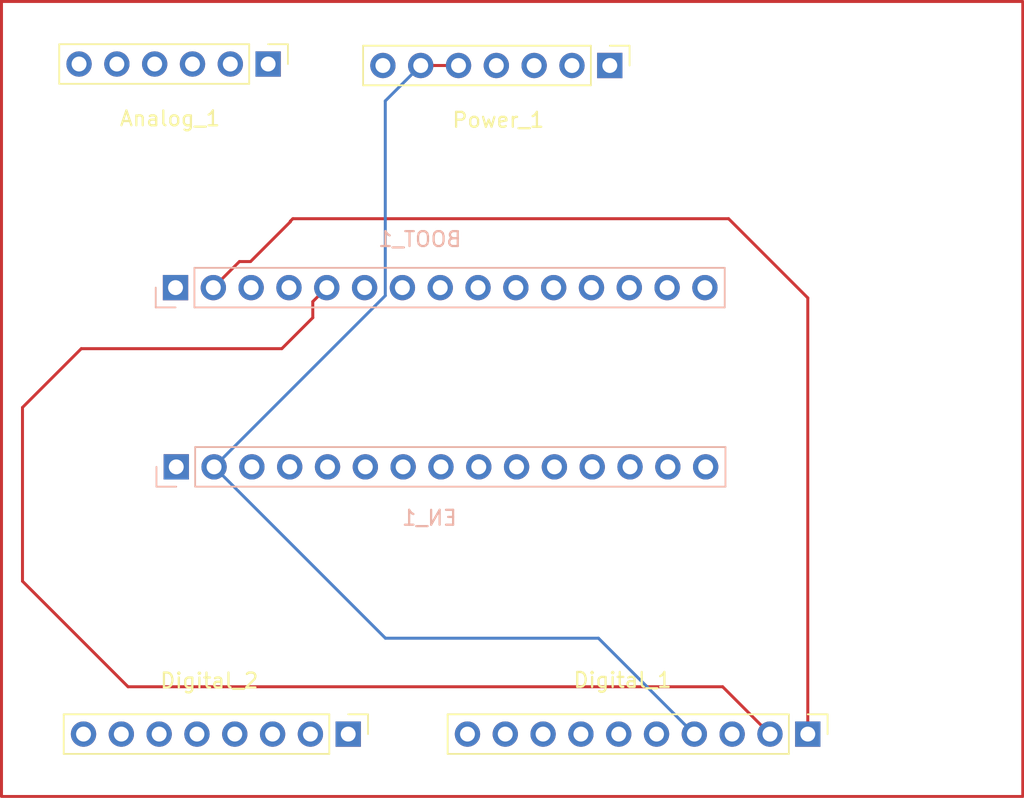
<source format=kicad_pcb>
(kicad_pcb (version 20240108) (generator "pcbnew") (generator_version "8.0")
  (layers (0 "F.Cu" signal) (31 "B.Cu" signal) (34 "B.Paste" user) (35 "F.Paste" user) (36 "B.SilkS" user "B.Silkscreen") (37 "F.SilkS" user "F.Silkscreen") (38 "B.Mask" user) (39 "F.Mask" user) (44 "Edge.Cuts" user))
  (net 0 "")
  (net 1 "A0")
  (net 2 "A5")
  (net 3 "A3")
  (net 4 "A2")
  (net 5 "A1")
  (net 6 "A4")
  (net 7 "D9")
  (net 8 "D12")
  (net 9 "D11")
  (net 10 "D13")
  (net 11 "D10")
  (net 12 "SDA")
  (net 13 "SCL")
  (net 14 "AREF")
  (net 15 "D8")
  (net 16 "GND")
  (net 17 "D1_RX")
  (net 18 "D3")
  (net 19 "D2")
  (net 20 "D5")
  (net 21 "D7")
  (net 22 "D4")
  (net 23 "D1_TX")
  (net 24 "D6")
  (net 25 "3.3V")
  (net 26 "Vin")
  (net 27 "RESET")
  (net 28 "IOREF")
  (net 29 "5V")
  (net 30 "VIN")
  (footprint "Connector_PinHeader_2.54mm:PinHeader_1x10_P2.54mm_Vertical" (layer "F.Cu") (at 203.28 102.59 -90)
    (property "Reference" "Digital_1" (at -3.63 12.44 0) (layer "F.SilkS"))
    (property "Value" "Conn_01x10" (hide yes))
    (fp_line (start -1.33 24.19) (end 1.33 24.19) (stroke (width 0.12)) (layer "F.SilkS"))
    (fp_line (start -1.33 1.27) (end -1.33 24.19) (stroke (width 0.12)) (layer "F.SilkS"))
    (fp_line (start -1.33 1.27) (end 1.33 1.27) (stroke (width 0.12)) (layer "F.SilkS"))
    (fp_line (start 1.33 1.27) (end 1.33 24.19) (stroke (width 0.12)) (layer "F.SilkS"))
    (fp_line (start -1.33 0) (end -1.33 -1.33) (stroke (width 0.12)) (layer "F.SilkS"))
    (fp_line (start -1.33 -1.33) (end 0 -1.33) (stroke (width 0.12)) (layer "F.SilkS"))
    (pad "1" thru_hole rect (at 0 0 270) (size 1.7 1.7) (drill 1) (layers "*.Cu" "*.Mask") (net 13 "SCL"))
    (pad "2" thru_hole oval (at 0 2.54 270) (size 1.7 1.7) (drill 1) (layers "*.Cu" "*.Mask") (net 12 "SDA"))
    (pad "3" thru_hole oval (at 0 5.08 270) (size 1.7 1.7) (drill 1) (layers "*.Cu" "*.Mask") (net 14 "AREF"))
    (pad "4" thru_hole oval (at 0 7.62 270) (size 1.7 1.7) (drill 1) (layers "*.Cu" "*.Mask") (net 16 "GND"))
    (pad "5" thru_hole oval (at 0 10.16 270) (size 1.7 1.7) (drill 1) (layers "*.Cu" "*.Mask") (net 10 "D13"))
    (pad "6" thru_hole oval (at 0 12.7 270) (size 1.7 1.7) (drill 1) (layers "*.Cu" "*.Mask") (net 8 "D12"))
    (pad "7" thru_hole oval (at 0 15.24 270) (size 1.7 1.7) (drill 1) (layers "*.Cu" "*.Mask") (net 9 "D11"))
    (pad "8" thru_hole oval (at 0 17.78 270) (size 1.7 1.7) (drill 1) (layers "*.Cu" "*.Mask") (net 11 "D10"))
    (pad "9" thru_hole oval (at 0 20.32 270) (size 1.7 1.7) (drill 1) (layers "*.Cu" "*.Mask") (net 7 "D9"))
    (pad "10" thru_hole oval (at 0 22.86 270) (size 1.7 1.7) (drill 1) (layers "*.Cu" "*.Mask") (net 15 "D8"))
  )
  (footprint "Connector_PinHeader_2.54mm:PinHeader_1x06_P2.54mm_Vertical" (layer "F.Cu") (at 167.03 57.58 -90)
    (property "Reference" "Analog_1" (at 3.66 6.59 0) (layer "F.SilkS"))
    (property "Value" "Conn_01x06" (hide yes))
    (fp_line (start -1.33 14.03) (end 1.33 14.03) (stroke (width 0.12)) (layer "F.SilkS"))
    (fp_line (start -1.33 1.27) (end -1.33 14.03) (stroke (width 0.12)) (layer "F.SilkS"))
    (fp_line (start -1.33 1.27) (end 1.33 1.27) (stroke (width 0.12)) (layer "F.SilkS"))
    (fp_line (start 1.33 1.27) (end 1.33 14.03) (stroke (width 0.12)) (layer "F.SilkS"))
    (fp_line (start -1.33 0) (end -1.33 -1.33) (stroke (width 0.12)) (layer "F.SilkS"))
    (fp_line (start -1.33 -1.33) (end 0 -1.33) (stroke (width 0.12)) (layer "F.SilkS"))
    (pad "1" thru_hole rect (at 0 0 270) (size 1.7 1.7) (drill 1) (layers "*.Cu" "*.Mask") (net 1 "A0"))
    (pad "2" thru_hole oval (at 0 2.54 270) (size 1.7 1.7) (drill 1) (layers "*.Cu" "*.Mask") (net 5 "A1"))
    (pad "3" thru_hole oval (at 0 5.08 270) (size 1.7 1.7) (drill 1) (layers "*.Cu" "*.Mask") (net 4 "A2"))
    (pad "4" thru_hole oval (at 0 7.62 270) (size 1.7 1.7) (drill 1) (layers "*.Cu" "*.Mask") (net 3 "A3"))
    (pad "5" thru_hole oval (at 0 10.16 270) (size 1.7 1.7) (drill 1) (layers "*.Cu" "*.Mask") (net 6 "A4"))
    (pad "6" thru_hole oval (at 0 12.7 270) (size 1.7 1.7) (drill 1) (layers "*.Cu" "*.Mask") (net 2 "A5"))
  )
  (footprint "Connector_PinHeader_2.54mm:PinHeader_1x07_P2.54mm_Vertical" (layer "F.Cu") (at 189.98 57.68 -90)
    (property "Reference" "Power_1" (at 3.66 7.49 0) (layer "F.SilkS"))
    (property "Value" "Conn_01x07" (hide yes))
    (fp_line (start -1.33 16.57) (end 1.33 16.57) (stroke (width 0.12)) (layer "F.SilkS"))
    (fp_line (start -1.33 1.27) (end -1.33 16.57) (stroke (width 0.12)) (layer "F.SilkS"))
    (fp_line (start -1.33 1.27) (end 1.33 1.27) (stroke (width 0.12)) (layer "F.SilkS"))
    (fp_line (start 1.33 1.27) (end 1.33 16.57) (stroke (width 0.12)) (layer "F.SilkS"))
    (fp_line (start -1.33 0) (end -1.33 -1.33) (stroke (width 0.12)) (layer "F.SilkS"))
    (fp_line (start -1.33 -1.33) (end 0 -1.33) (stroke (width 0.12)) (layer "F.SilkS"))
    (pad "1" thru_hole rect (at 0 0 270) (size 1.7 1.7) (drill 1) (layers "*.Cu" "*.Mask") (net 28 "IOREF"))
    (pad "2" thru_hole oval (at 0 2.54 270) (size 1.7 1.7) (drill 1) (layers "*.Cu" "*.Mask") (net 27 "RESET"))
    (pad "3" thru_hole oval (at 0 5.08 270) (size 1.7 1.7) (drill 1) (layers "*.Cu" "*.Mask") (net 25 "3.3V"))
    (pad "4" thru_hole oval (at 0 7.62 270) (size 1.7 1.7) (drill 1) (layers "*.Cu" "*.Mask") (net 29 "5V"))
    (pad "5" thru_hole oval (at 0 10.16 270) (size 1.7 1.7) (drill 1) (layers "*.Cu" "*.Mask") (net 16 "GND"))
    (pad "6" thru_hole oval (at 0 12.7 270) (size 1.7 1.7) (drill 1) (layers "*.Cu" "*.Mask") (net 16 "GND"))
    (pad "7" thru_hole oval (at 0 15.24 270) (size 1.7 1.7) (drill 1) (layers "*.Cu" "*.Mask") (net 26 "Vin"))
  )
  (footprint "Connector_PinHeader_2.54mm:PinHeader_1x08_P2.54mm_Vertical" (layer "F.Cu") (at 172.41 102.59 -90)
    (property "Reference" "Digital_2" (at -3.59 9.33 0) (layer "F.SilkS"))
    (property "Value" "Conn_01x08" (hide yes))
    (fp_line (start -1.33 19.11) (end 1.33 19.11) (stroke (width 0.12)) (layer "F.SilkS"))
    (fp_line (start -1.33 1.27) (end -1.33 19.11) (stroke (width 0.12)) (layer "F.SilkS"))
    (fp_line (start -1.33 1.27) (end 1.33 1.27) (stroke (width 0.12)) (layer "F.SilkS"))
    (fp_line (start 1.33 1.27) (end 1.33 19.11) (stroke (width 0.12)) (layer "F.SilkS"))
    (fp_line (start -1.33 0) (end -1.33 -1.33) (stroke (width 0.12)) (layer "F.SilkS"))
    (fp_line (start -1.33 -1.33) (end 0 -1.33) (stroke (width 0.12)) (layer "F.SilkS"))
    (pad "1" thru_hole rect (at 0 0 270) (size 1.7 1.7) (drill 1) (layers "*.Cu" "*.Mask") (net 21 "D7"))
    (pad "2" thru_hole oval (at 0 2.54 270) (size 1.7 1.7) (drill 1) (layers "*.Cu" "*.Mask") (net 24 "D6"))
    (pad "3" thru_hole oval (at 0 5.08 270) (size 1.7 1.7) (drill 1) (layers "*.Cu" "*.Mask") (net 20 "D5"))
    (pad "4" thru_hole oval (at 0 7.62 270) (size 1.7 1.7) (drill 1) (layers "*.Cu" "*.Mask") (net 22 "D4"))
    (pad "5" thru_hole oval (at 0 10.16 270) (size 1.7 1.7) (drill 1) (layers "*.Cu" "*.Mask") (net 18 "D3"))
    (pad "6" thru_hole oval (at 0 12.7 270) (size 1.7 1.7) (drill 1) (layers "*.Cu" "*.Mask") (net 19 "D2"))
    (pad "7" thru_hole oval (at 0 15.24 270) (size 1.7 1.7) (drill 1) (layers "*.Cu" "*.Mask") (net 23 "D1_TX"))
    (pad "8" thru_hole oval (at 0 17.78 270) (size 1.7 1.7) (drill 1) (layers "*.Cu" "*.Mask") (net 17 "D1_RX"))
  )
  (footprint "Connector_PinSocket_2.54mm:PinSocket_1x15_P2.54mm_Vertical" (layer "B.Cu") (at 160.86 84.64 -90)
    (property "Reference" "EN_1" (at 3.43 -17 0) (layer "B.SilkS") (effects (justify mirror)))
    (property "Value" "Conn_01x15")
    (fp_line (start 1.33 1.33) (end 0 1.33) (stroke (width 0.12)) (layer "B.SilkS"))
    (fp_line (start 1.33 0) (end 1.33 1.33) (stroke (width 0.12)) (layer "B.SilkS"))
    (fp_line (start 1.33 -1.27) (end -1.33 -1.27) (stroke (width 0.12)) (layer "B.SilkS"))
    (fp_line (start -1.33 -36.89) (end -1.33 -1.27) (stroke (width 0.12)) (layer "B.SilkS"))
    (fp_line (start 1.33 -36.89) (end 1.33 -1.27) (stroke (width 0.12)) (layer "B.SilkS"))
    (fp_line (start 1.33 -36.89) (end -1.33 -36.89) (stroke (width 0.12)) (layer "B.SilkS"))
    (pad "1" thru_hole rect (at 0 0 270) (size 1.7 1.7) (drill 1) (layers "*.Cu" "*.Mask") (net 30 "VIN"))
    (pad "2" thru_hole oval (at 0 -2.54 270) (size 1.7 1.7) (drill 1) (layers "*.Cu" "*.Mask") (net 16 "GND"))
    (pad "3" thru_hole oval (at 0 -5.08 270) (size 1.7 1.7) (drill 1) (layers "*.Cu" "*.Mask"))
    (pad "4" thru_hole oval (at 0 -7.62 270) (size 1.7 1.7) (drill 1) (layers "*.Cu" "*.Mask"))
    (pad "5" thru_hole oval (at 0 -10.16 270) (size 1.7 1.7) (drill 1) (layers "*.Cu" "*.Mask"))
    (pad "6" thru_hole oval (at 0 -12.7 270) (size 1.7 1.7) (drill 1) (layers "*.Cu" "*.Mask"))
    (pad "7" thru_hole oval (at 0 -15.24 270) (size 1.7 1.7) (drill 1) (layers "*.Cu" "*.Mask"))
    (pad "8" thru_hole oval (at 0 -17.78 270) (size 1.7 1.7) (drill 1) (layers "*.Cu" "*.Mask"))
    (pad "9" thru_hole oval (at 0 -20.32 270) (size 1.7 1.7) (drill 1) (layers "*.Cu" "*.Mask"))
    (pad "10" thru_hole oval (at 0 -22.86 270) (size 1.7 1.7) (drill 1) (layers "*.Cu" "*.Mask"))
    (pad "11" thru_hole oval (at 0 -25.4 270) (size 1.7 1.7) (drill 1) (layers "*.Cu" "*.Mask"))
    (pad "12" thru_hole oval (at 0 -27.94 270) (size 1.7 1.7) (drill 1) (layers "*.Cu" "*.Mask"))
    (pad "13" thru_hole oval (at 0 -30.48 270) (size 1.7 1.7) (drill 1) (layers "*.Cu" "*.Mask"))
    (pad "14" thru_hole oval (at 0 -33.02 270) (size 1.7 1.7) (drill 1) (layers "*.Cu" "*.Mask"))
    (pad "15" thru_hole oval (at 0 -35.56 270) (size 1.7 1.7) (drill 1) (layers "*.Cu" "*.Mask"))
  )
  (footprint "Connector_PinSocket_2.54mm:PinSocket_1x15_P2.54mm_Vertical" (layer "B.Cu") (at 160.81 72.6 -90)
    (property "Reference" "BOOT_1" (at -3.25 -16.41 0) (layer "B.SilkS") (effects (justify mirror)))
    (property "Value" "Conn_01x15")
    (fp_line (start 1.33 1.33) (end 0 1.33) (stroke (width 0.12)) (layer "B.SilkS"))
    (fp_line (start 1.33 0) (end 1.33 1.33) (stroke (width 0.12)) (layer "B.SilkS"))
    (fp_line (start 1.33 -1.27) (end -1.33 -1.27) (stroke (width 0.12)) (layer "B.SilkS"))
    (fp_line (start -1.33 -36.89) (end -1.33 -1.27) (stroke (width 0.12)) (layer "B.SilkS"))
    (fp_line (start 1.33 -36.89) (end 1.33 -1.27) (stroke (width 0.12)) (layer "B.SilkS"))
    (fp_line (start 1.33 -36.89) (end -1.33 -36.89) (stroke (width 0.12)) (layer "B.SilkS"))
    (pad "1" thru_hole rect (at 0 0 270) (size 1.7 1.7) (drill 1) (layers "*.Cu" "*.Mask"))
    (pad "2" thru_hole oval (at 0 -2.54 270) (size 1.7 1.7) (drill 1) (layers "*.Cu" "*.Mask") (net 13 "SCL"))
    (pad "3" thru_hole oval (at 0 -5.08 270) (size 1.7 1.7) (drill 1) (layers "*.Cu" "*.Mask"))
    (pad "4" thru_hole oval (at 0 -7.62 270) (size 1.7 1.7) (drill 1) (layers "*.Cu" "*.Mask"))
    (pad "5" thru_hole oval (at 0 -10.16 270) (size 1.7 1.7) (drill 1) (layers "*.Cu" "*.Mask") (net 12 "SDA"))
    (pad "6" thru_hole oval (at 0 -12.7 270) (size 1.7 1.7) (drill 1) (layers "*.Cu" "*.Mask"))
    (pad "7" thru_hole oval (at 0 -15.24 270) (size 1.7 1.7) (drill 1) (layers "*.Cu" "*.Mask"))
    (pad "8" thru_hole oval (at 0 -17.78 270) (size 1.7 1.7) (drill 1) (layers "*.Cu" "*.Mask"))
    (pad "9" thru_hole oval (at 0 -20.32 270) (size 1.7 1.7) (drill 1) (layers "*.Cu" "*.Mask"))
    (pad "10" thru_hole oval (at 0 -22.86 270) (size 1.7 1.7) (drill 1) (layers "*.Cu" "*.Mask"))
    (pad "11" thru_hole oval (at 0 -25.4 270) (size 1.7 1.7) (drill 1) (layers "*.Cu" "*.Mask"))
    (pad "12" thru_hole oval (at 0 -27.94 270) (size 1.7 1.7) (drill 1) (layers "*.Cu" "*.Mask"))
    (pad "13" thru_hole oval (at 0 -30.48 270) (size 1.7 1.7) (drill 1) (layers "*.Cu" "*.Mask"))
    (pad "14" thru_hole oval (at 0 -33.02 270) (size 1.7 1.7) (drill 1) (layers "*.Cu" "*.Mask"))
    (pad "15" thru_hole oval (at 0 -35.56 270) (size 1.7 1.7) (drill 1) (layers "*.Cu" "*.Mask"))
  )
  (gr_rect (start 149.12 53.38) (end 217.72 106.78) (stroke (width 0.2)) (fill none) (layer "F.Cu"))
  (segment (start 154.48 76.7) (end 167.95 76.7) (width 0.2) (layer "F.Cu") (net 12))
  (segment (start 157.62 99.41) (end 150.53 92.32) (width 0.2) (layer "F.Cu") (net 12))
  (segment (start 197.56 99.41) (end 157.62 99.41) (width 0.2) (layer "F.Cu") (net 12))
  (segment (start 167.95 76.7) (end 170.03 74.62) (width 0.2) (layer "F.Cu") (net 12))
  (segment (start 170.03 73.54) (end 170.97 72.6) (width 0.2) (layer "F.Cu") (net 12))
  (segment (start 170.03 74.62) (end 170.03 73.54) (width 0.2) (layer "F.Cu") (net 12))
  (segment (start 150.53 92.32) (end 150.53 80.65) (width 0.2) (layer "F.Cu") (net 12))
  (segment (start 150.53 80.65) (end 154.48 76.7) (width 0.2) (layer "F.Cu") (net 12))
  (segment (start 200.74 102.59) (end 197.56 99.41) (width 0.2) (layer "F.Cu") (net 12))
  (segment (start 168.52 68.14) (end 168.52 68.18) (width 0.2) (layer "F.Cu") (net 13))
  (segment (start 203.28 73.29) (end 197.96 67.97) (width 0.2) (layer "F.Cu") (net 13))
  (segment (start 165.1 70.85) (end 163.35 72.6) (width 0.2) (layer "F.Cu") (net 13))
  (segment (start 168.69 67.97) (end 168.52 68.14) (width 0.2) (layer "F.Cu") (net 13))
  (segment (start 203.28 102.59) (end 203.28 73.29) (width 0.2) (layer "F.Cu") (net 13))
  (segment (start 168.52 68.18) (end 165.85 70.85) (width 0.2) (layer "F.Cu") (net 13))
  (segment (start 165.85 70.85) (end 165.1 70.85) (width 0.2) (layer "F.Cu") (net 13))
  (segment (start 197.96 67.97) (end 168.69 67.97) (width 0.2) (layer "F.Cu") (net 13))
  (segment (start 177.28 57.68) (end 179.82 57.68) (width 0.2) (layer "F.Cu") (net 16))
  (segment (start 174.9 73.14) (end 174.9 60.06) (width 0.2) (layer "B.Cu") (net 16))
  (segment (start 189.22 96.15) (end 195.66 102.59) (width 0.2) (layer "B.Cu") (net 16))
  (segment (start 174.9 60.06) (end 177.28 57.68) (width 0.2) (layer "B.Cu") (net 16))
  (segment (start 174.91 96.15) (end 189.22 96.15) (width 0.2) (layer "B.Cu") (net 16))
  (segment (start 163.4 84.64) (end 174.91 96.15) (width 0.2) (layer "B.Cu") (net 16))
  (segment (start 163.4 84.64) (end 174.9 73.14) (width 0.2) (layer "B.Cu") (net 16))
)
</source>
